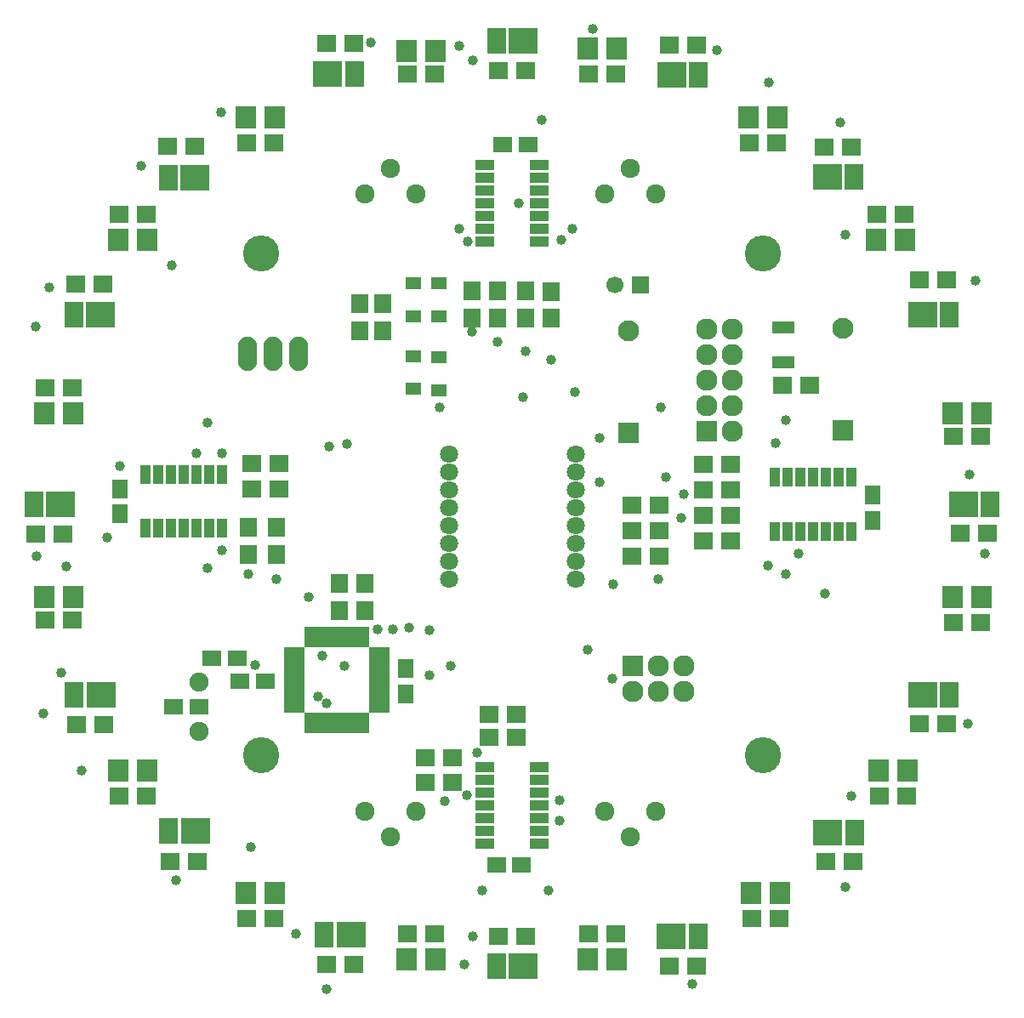
<source format=gbr>
G04 #@! TF.FileFunction,Soldermask,Top*
%FSLAX46Y46*%
G04 Gerber Fmt 4.6, Leading zero omitted, Abs format (unit mm)*
G04 Created by KiCad (PCBNEW 4.0.2+e4-6225~38~ubuntu14.04.1-stable) date Di 12 Jul 2016 12:55:20 CEST*
%MOMM*%
G01*
G04 APERTURE LIST*
%ADD10C,0.100000*%
%ADD11R,2.900000X2.500000*%
%ADD12R,1.900000X2.500000*%
%ADD13C,1.901140*%
%ADD14R,1.650000X1.900000*%
%ADD15R,1.900000X1.650000*%
%ADD16R,1.700000X1.700000*%
%ADD17C,1.700000*%
%ADD18R,2.127200X2.127200*%
%ADD19O,2.127200X2.127200*%
%ADD20R,1.997660X2.200860*%
%ADD21C,2.099260*%
%ADD22R,2.099260X2.099260*%
%ADD23R,2.000000X0.950000*%
%ADD24R,0.950000X2.000000*%
%ADD25O,1.906220X3.414980*%
%ADD26R,1.900000X1.700000*%
%ADD27R,1.700000X1.900000*%
%ADD28R,1.000000X1.900000*%
%ADD29R,1.900000X1.000000*%
%ADD30C,3.600000*%
%ADD31C,1.924000*%
%ADD32C,1.800000*%
%ADD33R,1.620000X1.310000*%
%ADD34R,2.203400X1.289000*%
%ADD35C,1.009600*%
G04 APERTURE END LIST*
D10*
D11*
X101104680Y-53873550D03*
D12*
X98444680Y-53873550D03*
D13*
X68834000Y-122582940D03*
X68834000Y-117701060D03*
D14*
X135890000Y-101580000D03*
X135890000Y-99080000D03*
X60960000Y-98445000D03*
X60960000Y-100945000D03*
D15*
X101580000Y-64135000D03*
X99080000Y-64135000D03*
X75418000Y-117602000D03*
X72918000Y-117602000D03*
X98445000Y-135890000D03*
X100945000Y-135890000D03*
X68814000Y-120142000D03*
X66314000Y-120142000D03*
X70124000Y-115316000D03*
X72624000Y-115316000D03*
D16*
X112776000Y-78105000D03*
D17*
X110276000Y-78105000D03*
D14*
X89408000Y-116352000D03*
X89408000Y-118852000D03*
D18*
X112014000Y-116078000D03*
D19*
X112014000Y-118618000D03*
X114554000Y-116078000D03*
X114554000Y-118618000D03*
X117094000Y-116078000D03*
X117094000Y-118618000D03*
D20*
X146707860Y-109220000D03*
X143868140Y-109220000D03*
X56283860Y-109220000D03*
X53444140Y-109220000D03*
X139087860Y-73660000D03*
X136248140Y-73660000D03*
X92351860Y-54864000D03*
X89512140Y-54864000D03*
X56283860Y-90932000D03*
X53444140Y-90932000D03*
X63649860Y-73660000D03*
X60810140Y-73660000D03*
X76349860Y-61468000D03*
X73510140Y-61468000D03*
X92351860Y-145288000D03*
X89512140Y-145288000D03*
X107546140Y-145288000D03*
X110385860Y-145288000D03*
X126387860Y-61468000D03*
X123548140Y-61468000D03*
X110385860Y-54610000D03*
X107546140Y-54610000D03*
X126641860Y-138684000D03*
X123802140Y-138684000D03*
X76349860Y-138684000D03*
X73510140Y-138684000D03*
X146707860Y-90932000D03*
X143868140Y-90932000D03*
X139341860Y-126492000D03*
X136502140Y-126492000D03*
X63649860Y-126492000D03*
X60810140Y-126492000D03*
D21*
X132971540Y-82422480D03*
D22*
X132971540Y-92582480D03*
D21*
X111635540Y-82676480D03*
D22*
X111635540Y-92836480D03*
D11*
X131457720Y-132638650D03*
D12*
X134117720Y-132638650D03*
D11*
X140906520Y-118922650D03*
D12*
X143566520Y-118922650D03*
D11*
X140881120Y-81102050D03*
D12*
X143541120Y-81102050D03*
D11*
X144970520Y-100025050D03*
D12*
X147630520Y-100025050D03*
D11*
X68440280Y-67437150D03*
D12*
X65780280Y-67437150D03*
D11*
X59067680Y-81076950D03*
D12*
X56407680Y-81076950D03*
D11*
X59093080Y-118922950D03*
D12*
X56433080Y-118922950D03*
D11*
X55079880Y-99974550D03*
D12*
X52419880Y-99974550D03*
D11*
X131381520Y-67411450D03*
D12*
X134041520Y-67411450D03*
D11*
X115887520Y-57200650D03*
D12*
X118547520Y-57200650D03*
D11*
X81673720Y-57149850D03*
D12*
X84333720Y-57149850D03*
D11*
X68491080Y-132537350D03*
D12*
X65831080Y-132537350D03*
D11*
X83985080Y-142849750D03*
D12*
X81325080Y-142849750D03*
D11*
X115869720Y-142999850D03*
D12*
X118529720Y-142999850D03*
D11*
X101130280Y-146000150D03*
D12*
X98470280Y-146000150D03*
D23*
X78300000Y-114675000D03*
X78300000Y-115475000D03*
X78300000Y-116275000D03*
X78300000Y-117075000D03*
X78300000Y-117875000D03*
X78300000Y-118675000D03*
X78300000Y-119475000D03*
X78300000Y-120275000D03*
D24*
X79750000Y-121725000D03*
X80550000Y-121725000D03*
X81350000Y-121725000D03*
X82150000Y-121725000D03*
X82950000Y-121725000D03*
X83750000Y-121725000D03*
X84550000Y-121725000D03*
X85350000Y-121725000D03*
D23*
X86800000Y-120275000D03*
X86800000Y-119475000D03*
X86800000Y-118675000D03*
X86800000Y-117875000D03*
X86800000Y-117075000D03*
X86800000Y-116275000D03*
X86800000Y-115475000D03*
X86800000Y-114675000D03*
D24*
X85350000Y-113225000D03*
X84550000Y-113225000D03*
X83750000Y-113225000D03*
X82950000Y-113225000D03*
X82150000Y-113225000D03*
X81350000Y-113225000D03*
X80550000Y-113225000D03*
X79750000Y-113225000D03*
D18*
X119380000Y-92710000D03*
D19*
X121920000Y-92710000D03*
X119380000Y-90170000D03*
X121920000Y-90170000D03*
X119380000Y-87630000D03*
X121920000Y-87630000D03*
X119380000Y-85090000D03*
X121920000Y-85090000D03*
X119380000Y-82550000D03*
X121920000Y-82550000D03*
D25*
X73665000Y-85000000D03*
X76205000Y-85000000D03*
X78745000Y-85000000D03*
D26*
X143938000Y-111760000D03*
X146638000Y-111760000D03*
X53514000Y-111506000D03*
X56214000Y-111506000D03*
X136318000Y-71120000D03*
X139018000Y-71120000D03*
X89582000Y-57150000D03*
X92282000Y-57150000D03*
X133938000Y-135585200D03*
X131238000Y-135585200D03*
X143285200Y-121818400D03*
X140585200Y-121818400D03*
X143285200Y-77673200D03*
X140585200Y-77673200D03*
X147349200Y-102870000D03*
X144649200Y-102870000D03*
X119046000Y-101092000D03*
X121746000Y-101092000D03*
X119046000Y-103632000D03*
X121746000Y-103632000D03*
X119046000Y-98552000D03*
X121746000Y-98552000D03*
X119046000Y-96012000D03*
X121746000Y-96012000D03*
X53514000Y-88392000D03*
X56214000Y-88392000D03*
X60905400Y-71120000D03*
X63605400Y-71120000D03*
X73580000Y-64008000D03*
X76280000Y-64008000D03*
X89582000Y-142748000D03*
X92282000Y-142748000D03*
X65706000Y-64363600D03*
X68406000Y-64363600D03*
X56612800Y-78054200D03*
X59312800Y-78054200D03*
X56663600Y-121920000D03*
X59363600Y-121920000D03*
X52599600Y-102920800D03*
X55299600Y-102920800D03*
X76789000Y-98425000D03*
X74089000Y-98425000D03*
X76789000Y-95885000D03*
X74089000Y-95885000D03*
D27*
X76581000Y-104982000D03*
X76581000Y-102282000D03*
X73787000Y-104982000D03*
X73787000Y-102282000D03*
D26*
X110316000Y-142748000D03*
X107616000Y-142748000D03*
X123618000Y-64008000D03*
X126318000Y-64008000D03*
X107616000Y-57150000D03*
X110316000Y-57150000D03*
X123872000Y-141224000D03*
X126572000Y-141224000D03*
X133811000Y-64414400D03*
X131111000Y-64414400D03*
X118367800Y-54279800D03*
X115667800Y-54279800D03*
X84230200Y-54102000D03*
X81530200Y-54102000D03*
X98624400Y-56819800D03*
X101324400Y-56819800D03*
D27*
X101362000Y-81456000D03*
X101362000Y-78756000D03*
X103886000Y-81487000D03*
X103886000Y-78787000D03*
X98568000Y-81456000D03*
X98568000Y-78756000D03*
X96028000Y-81456000D03*
X96028000Y-78756000D03*
D26*
X73580000Y-141224000D03*
X76280000Y-141224000D03*
X143938000Y-93218000D03*
X146638000Y-93218000D03*
X136572000Y-129032000D03*
X139272000Y-129032000D03*
X60880000Y-129032000D03*
X63580000Y-129032000D03*
X66010800Y-135534400D03*
X68710800Y-135534400D03*
X81555600Y-145796000D03*
X84255600Y-145796000D03*
X118350000Y-146000000D03*
X115650000Y-146000000D03*
X98650000Y-143000000D03*
X101350000Y-143000000D03*
X91360000Y-125222000D03*
X94060000Y-125222000D03*
X91370160Y-127670560D03*
X94070160Y-127670560D03*
X97710000Y-123190000D03*
X100410000Y-123190000D03*
X97710000Y-120904000D03*
X100410000Y-120904000D03*
D27*
X84852000Y-80026000D03*
X84852000Y-82726000D03*
X87138000Y-80026000D03*
X87138000Y-82726000D03*
X82804000Y-110570000D03*
X82804000Y-107870000D03*
X85344000Y-110570000D03*
X85344000Y-107870000D03*
D28*
X126190000Y-102700000D03*
X127460000Y-102700000D03*
X128730000Y-102700000D03*
X130000000Y-102700000D03*
X131270000Y-102700000D03*
X132540000Y-102700000D03*
X133810000Y-102700000D03*
X133810000Y-97300000D03*
X132540000Y-97300000D03*
X131270000Y-97300000D03*
X130000000Y-97300000D03*
X128730000Y-97300000D03*
X127460000Y-97300000D03*
X126190000Y-97300000D03*
X71120000Y-96995000D03*
X69850000Y-96995000D03*
X68580000Y-96995000D03*
X67310000Y-96995000D03*
X66040000Y-96995000D03*
X64770000Y-96995000D03*
X63500000Y-96995000D03*
X63500000Y-102395000D03*
X64770000Y-102395000D03*
X66040000Y-102395000D03*
X67310000Y-102395000D03*
X68580000Y-102395000D03*
X69850000Y-102395000D03*
X71120000Y-102395000D03*
D29*
X102700000Y-73810000D03*
X102700000Y-72540000D03*
X102700000Y-71270000D03*
X102700000Y-70000000D03*
X102700000Y-68730000D03*
X102700000Y-67460000D03*
X102700000Y-66190000D03*
X97300000Y-66190000D03*
X97300000Y-67460000D03*
X97300000Y-68730000D03*
X97300000Y-70000000D03*
X97300000Y-71270000D03*
X97300000Y-72540000D03*
X97300000Y-73810000D03*
X97300000Y-126190000D03*
X97300000Y-127460000D03*
X97300000Y-128730000D03*
X97300000Y-130000000D03*
X97300000Y-131270000D03*
X97300000Y-132540000D03*
X97300000Y-133810000D03*
X102700000Y-133810000D03*
X102700000Y-132540000D03*
X102700000Y-131270000D03*
X102700000Y-130000000D03*
X102700000Y-128730000D03*
X102700000Y-127460000D03*
X102700000Y-126190000D03*
D30*
X75000000Y-75000000D03*
X125000000Y-75000000D03*
X75000000Y-125000000D03*
X125000000Y-125000000D03*
D31*
X111760000Y-133096000D03*
X109220000Y-130556000D03*
X114300000Y-130556000D03*
X87884000Y-66548000D03*
X90424000Y-69088000D03*
X85344000Y-69088000D03*
X111760000Y-66548000D03*
X114300000Y-69088000D03*
X109220000Y-69088000D03*
X87884000Y-133096000D03*
X85344000Y-130556000D03*
X90424000Y-130556000D03*
D32*
X106350000Y-95020000D03*
X106350000Y-96800000D03*
X106350000Y-98580000D03*
X106350000Y-100360000D03*
X106350000Y-102140000D03*
X106350000Y-103920000D03*
X106350000Y-105700000D03*
X106350000Y-107480000D03*
X93750000Y-107480000D03*
X93750000Y-105700000D03*
X93750000Y-103920000D03*
X93750000Y-102140000D03*
X93750000Y-100360000D03*
X93750000Y-98580000D03*
X93750000Y-96800000D03*
X93750000Y-95020000D03*
D33*
X92710000Y-77994000D03*
X92710000Y-81264000D03*
X90170000Y-81264000D03*
X90170000Y-77994000D03*
X92710000Y-88630000D03*
X92710000Y-85360000D03*
X90170000Y-85233000D03*
X90170000Y-88503000D03*
D34*
X127000000Y-85852000D03*
X127000000Y-82372200D03*
D26*
X114634000Y-105156000D03*
X111934000Y-105156000D03*
X114634000Y-102616000D03*
X111934000Y-102616000D03*
X114634000Y-100076000D03*
X111934000Y-100076000D03*
X126920000Y-88138000D03*
X129620000Y-88138000D03*
D35*
X103632000Y-138430000D03*
X131191000Y-108839000D03*
X66167000Y-76200000D03*
X60960000Y-96139000D03*
X102997000Y-61722000D03*
X74041000Y-134112000D03*
X55118000Y-116713000D03*
X59690000Y-103251000D03*
X97028000Y-138430000D03*
X127254000Y-106934000D03*
X125476000Y-106045000D03*
X127254000Y-91567000D03*
X126238000Y-93853000D03*
X69710300Y-91846400D03*
X71120000Y-94869000D03*
X69723000Y-106299000D03*
X71120000Y-104521000D03*
X106045000Y-72517000D03*
X104902000Y-73660000D03*
X94742000Y-72517000D03*
X95631000Y-73787000D03*
X96520000Y-124714000D03*
X93345000Y-129540000D03*
X104775000Y-129489200D03*
X104775000Y-131445000D03*
X133223000Y-73152000D03*
X76581000Y-107442000D03*
X80708500Y-119100600D03*
X73787000Y-106934000D03*
X81534000Y-119761000D03*
X107569000Y-114427000D03*
X115316000Y-97282000D03*
X89789000Y-112268000D03*
X103886000Y-85598000D03*
X101346000Y-84709000D03*
X88138000Y-112395000D03*
X98552000Y-83820000D03*
X86614000Y-112395000D03*
X79756000Y-109220000D03*
X96012000Y-82804000D03*
X114808000Y-90297000D03*
X108077000Y-52679600D03*
X71069200Y-60960000D03*
X133807200Y-129032000D03*
X125577600Y-57962800D03*
X83566000Y-93980000D03*
X55626000Y-106172000D03*
X52578000Y-82296000D03*
X94742000Y-54356000D03*
X145542000Y-97028000D03*
X95250000Y-145796000D03*
X78486000Y-142748000D03*
X57150000Y-126492000D03*
X91785440Y-112511840D03*
X93954600Y-116052600D03*
X83327240Y-116093240D03*
X110109000Y-107950000D03*
X100711000Y-69977000D03*
X96139000Y-55753000D03*
X120396000Y-54737000D03*
X132715000Y-61976000D03*
X85979000Y-53975000D03*
X63119000Y-66294000D03*
X53975000Y-78359000D03*
X52705000Y-105156000D03*
X68580000Y-94869000D03*
X53340000Y-120777000D03*
X66548000Y-137414000D03*
X74422000Y-115951000D03*
X91821000Y-116967000D03*
X133223000Y-138049000D03*
X81534000Y-148209000D03*
X96139000Y-143002000D03*
X117983000Y-147701000D03*
X95504000Y-128905000D03*
X146177000Y-77724000D03*
X147066000Y-104902000D03*
X145415000Y-121793000D03*
X128524000Y-104902000D03*
X132971540Y-92582480D03*
X101092000Y-89281000D03*
X116840000Y-101346000D03*
X92837000Y-90297000D03*
X108712000Y-93345000D03*
X108712000Y-97790000D03*
X81788000Y-94234000D03*
X106299000Y-88773000D03*
X114554000Y-107442000D03*
X109982000Y-117348000D03*
X117094000Y-98933000D03*
X81153000Y-115062000D03*
M02*

</source>
